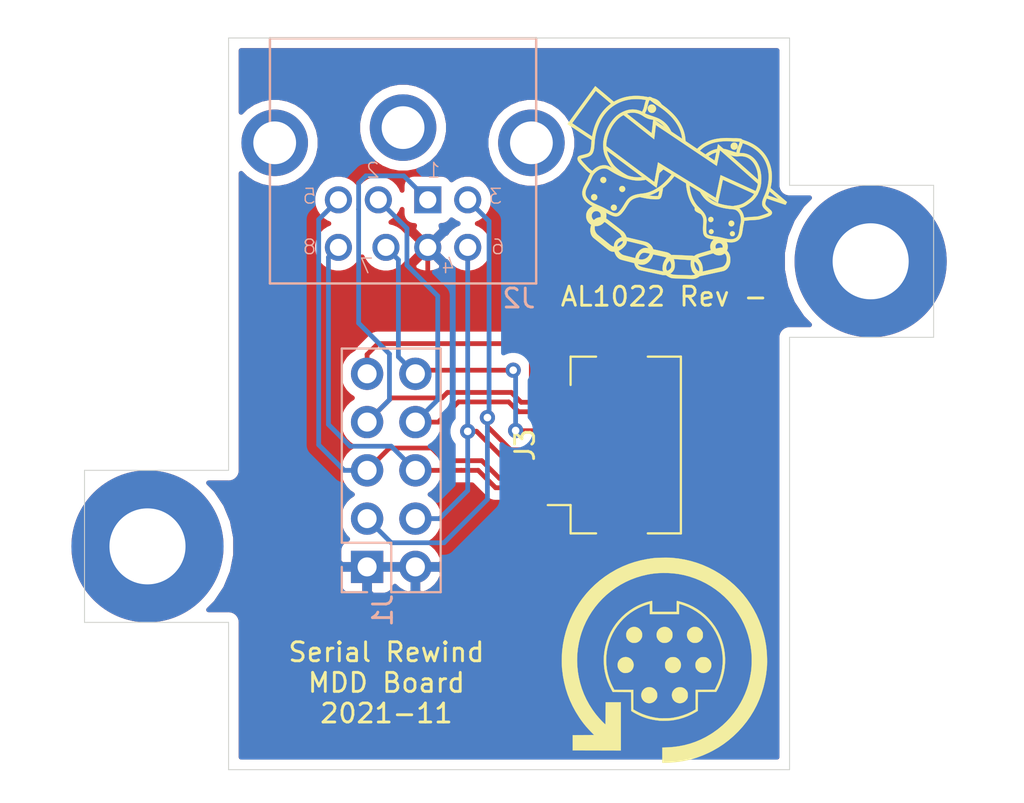
<source format=kicad_pcb>
(kicad_pcb (version 20171130) (host pcbnew 5.1.12-84ad8e8a86~92~ubuntu20.04.1)
  (layers (0 F.Cu signal) (31 B.Cu signal) (34 B.Paste user) (35 F.Paste user) (36 B.SilkS user) (37 F.SilkS user) (38 B.Mask user) (39 F.Mask user) (44 Edge.Cuts user))
  (net 0 "")
  (net 1 +5V)
  (net 2 /GPi)
  (net 3 /HSKo)
  (net 4 /HSKi)
  (net 5 /RXD-)
  (net 6 /RXD+)
  (net 7 /TXD-)
  (net 8 /TXD+)
  (net 9 GND)
  (module Connector_FFC-FPC:Hirose_FH12-12S-0.5SH_1x12-1MP_P0.50mm_Horizontal (layer F.Cu) (at 71.6915 42.1005 90)
    (fp_text reference J3 (at 0 -3.7 90) (layer F.SilkS))
    (fp_text value Conn_01x12)
    (pad 12 smd rect (at 2.75 -1.85 90) (size 0.3 1.3) (layers F.Cu F.Paste F.Mask) (net 1 +5V))
    (pad 11 smd rect (at 2.25 -1.85 90) (size 0.3 1.3) (layers F.Cu F.Paste F.Mask) (net 3 /HSKo))
    (pad 10 smd rect (at 1.75 -1.85 90) (size 0.3 1.3) (layers F.Cu F.Paste F.Mask) (net 4 /HSKi))
    (pad 9 smd rect (at 1.25 -1.85 90) (size 0.3 1.3) (layers F.Cu F.Paste F.Mask) (net 9 GND))
    (pad 8 smd rect (at 0.75 -1.85 90) (size 0.3 1.3) (layers F.Cu F.Paste F.Mask) (net 2 /GPi))
    (pad 7 smd rect (at 0.25 -1.85 90) (size 0.3 1.3) (layers F.Cu F.Paste F.Mask) (net 9 GND))
    (pad 6 smd rect (at -0.25 -1.85 90) (size 0.3 1.3) (layers F.Cu F.Paste F.Mask) (net 7 /TXD-))
    (pad 5 smd rect (at -0.75 -1.85 90) (size 0.3 1.3) (layers F.Cu F.Paste F.Mask) (net 8 /TXD+))
    (pad 4 smd rect (at -1.25 -1.85 90) (size 0.3 1.3) (layers F.Cu F.Paste F.Mask) (net 9 GND))
    (pad 3 smd rect (at -1.75 -1.85 90) (size 0.3 1.3) (layers F.Cu F.Paste F.Mask) (net 5 /RXD-))
    (pad 2 smd rect (at -2.25 -1.85 90) (size 0.3 1.3) (layers F.Cu F.Paste F.Mask) (net 6 /RXD+))
    (pad 1 smd rect (at -2.75 -1.85 90) (size 0.3 1.3) (layers F.Cu F.Paste F.Mask) (net 9 GND))
    (pad MP smd rect (at -4.65 1.4 90) (size 1.8 2.2) (layers F.Cu F.Paste F.Mask))
    (pad MP smd rect (at 4.65 1.4 90) (size 1.8 2.2) (layers F.Cu F.Paste F.Mask))
  )
  (module MountingHole:MountingHole_4mm_Pad (layer F.Cu) (at 86.1703 32.434)
    (fp_text reference H2 hide)
    (fp_text value MountingHole)
    (pad 1 thru_hole circle (at 0 0) (size 8 8) (drill 4) (layers *.Cu *.Mask))
  )
  (module MountingHole:MountingHole_4mm_Pad (layer F.Cu) (at 48.1417 47.434)
    (fp_text reference H1 hide)
    (fp_text value MountingHole)
    (pad 1 thru_hole circle (at 0 0) (size 8 8) (drill 4) (layers *.Cu *.Mask))
  )
  (module AL_Logo:AL_Logo_13mm (layer F.Cu) (at 76.454 28.956)
    (fp_text reference REF** hide)
    (fp_text value AL_Logo_13mm)
  )
  (module Logo:Logo2 (layer F.Cu) (at 75.311 53.4035)
    (fp_text reference G*** hide)
    (fp_text value LOGO hide)
  )
  (module Connector_PinHeader_2.54mm:PinHeader_2x05_P2.54mm_Vertical (layer B.Cu) (at 59.69 48.514)
    (fp_text reference J1 (at 0.8255 2.286 90) (layer B.SilkS) (effects (justify mirror)))
    (fp_text value Conn_02x05_Odd_Even)
    (pad 10 thru_hole oval (at 2.54 -10.16) (size 1.7 1.7) (drill 1) (layers *.Cu *.Mask) (net 2 /GPi))
    (pad 9 thru_hole oval (at 0 -10.16) (size 1.7 1.7) (drill 1) (layers *.Cu *.Mask) (net 1 +5V))
    (pad 8 thru_hole oval (at 2.54 -7.62) (size 1.7 1.7) (drill 1) (layers *.Cu *.Mask) (net 4 /HSKi))
    (pad 7 thru_hole oval (at 0 -7.62) (size 1.7 1.7) (drill 1) (layers *.Cu *.Mask) (net 3 /HSKo))
    (pad 6 thru_hole oval (at 2.54 -5.08) (size 1.7 1.7) (drill 1) (layers *.Cu *.Mask) (net 6 /RXD+))
    (pad 5 thru_hole oval (at 0 -5.08) (size 1.7 1.7) (drill 1) (layers *.Cu *.Mask) (net 5 /RXD-))
    (pad 4 thru_hole oval (at 2.54 -2.54) (size 1.7 1.7) (drill 1) (layers *.Cu *.Mask) (net 8 /TXD+))
    (pad 3 thru_hole oval (at 0 -2.54) (size 1.7 1.7) (drill 1) (layers *.Cu *.Mask) (net 7 /TXD-))
    (pad 2 thru_hole oval (at 2.54 0) (size 1.7 1.7) (drill 1) (layers *.Cu *.Mask) (net 9 GND))
    (pad 1 thru_hole rect (at 0 0) (size 1.7 1.7) (drill 1) (layers *.Cu *.Mask) (net 9 GND))
  )
  (module AL_Footprints:MINI_DIN8 (layer B.Cu) (at 61.581 25.4 180)
    (fp_text reference J2 (at -7.0485 -9.57) (layer B.SilkS) (effects (justify left bottom mirror)))
    (fp_text value Mini-DIN-8)
    (fp_text user 4 (at -1.972 -7.731 180) (layer B.SilkS) (effects (font (size 0.77216 0.77216) (thickness 0.065024)) (justify right bottom mirror)))
    (fp_text user 4 (at -1.972 -7.731 180) (layer B.SilkS) (effects (font (size 0.77216 0.77216) (thickness 0.065024)) (justify right bottom mirror)))
    (fp_text user 7 (at 2.334 -7.731 180) (layer B.SilkS) (effects (font (size 0.77216 0.77216) (thickness 0.065024)) (justify right bottom mirror)))
    (fp_text user 7 (at 2.334 -7.731 180) (layer B.SilkS) (effects (font (size 0.77216 0.77216) (thickness 0.065024)) (justify right bottom mirror)))
    (fp_text user 2 (at 2 -2.7 180) (layer B.SilkS) (effects (font (size 0.77216 0.77216) (thickness 0.065024)) (justify right bottom mirror)))
    (fp_text user 5 (at 5.334 -4.064 180) (layer B.SilkS) (effects (font (size 0.77216 0.77216) (thickness 0.065024)) (justify right bottom mirror)))
    (fp_text user 6 (at -4.572 -6.731 180) (layer B.SilkS) (effects (font (size 0.77216 0.77216) (thickness 0.065024)) (justify right bottom mirror)))
    (fp_text user 1 (at -1.2 -2.7 180) (layer B.SilkS) (effects (font (size 0.77216 0.77216) (thickness 0.065024)) (justify right bottom mirror)))
    (fp_text user 3 (at -4.445 -4.064 180) (layer B.SilkS) (effects (font (size 0.77216 0.77216) (thickness 0.065024)) (justify right bottom mirror)))
    (fp_text user 8 (at 5.334 -6.731 180) (layer B.SilkS) (effects (font (size 0.77216 0.77216) (thickness 0.065024)) (justify right bottom mirror)))
    (fp_text user 8 (at 5.334 -6.731 180) (layer B.SilkS) (effects (font (size 0.77216 0.77216) (thickness 0.065024)) (justify right bottom mirror)))
    (fp_text user 6 (at -4.572 -6.731 180) (layer B.SilkS) (effects (font (size 0.77216 0.77216) (thickness 0.065024)) (justify right bottom mirror)))
    (fp_text user 5 (at 5.334 -4.064 180) (layer B.SilkS) (effects (font (size 0.77216 0.77216) (thickness 0.065024)) (justify right bottom mirror)))
    (fp_text user 3 (at -4.445 -4.064 180) (layer B.SilkS) (effects (font (size 0.77216 0.77216) (thickness 0.065024)) (justify right bottom mirror)))
    (fp_text user 2 (at 2 -2.7 180) (layer B.SilkS) (effects (font (size 0.77216 0.77216) (thickness 0.065024)) (justify right bottom mirror)))
    (fp_text user 1 (at -1.2 -2.7 180) (layer B.SilkS) (effects (font (size 0.77216 0.77216) (thickness 0.065024)) (justify right bottom mirror)))
    (pad 7 thru_hole circle (at 0.9 -6.3 180) (size 1.4224 1.4224) (drill 0.9) (layers *.Cu *.Mask) (net 2 /GPi))
    (pad 4 thru_hole circle (at -1.3 -6.3 180) (size 1.4224 1.4224) (drill 0.9) (layers *.Cu *.Mask) (net 9 GND))
    (pad 6 thru_hole circle (at -3.4 -6.3 180) (size 1.4224 1.4224) (drill 0.9) (layers *.Cu *.Mask) (net 8 /TXD+))
    (pad 8 thru_hole circle (at 3.4 -6.3 180) (size 1.4224 1.4224) (drill 0.9) (layers *.Cu *.Mask) (net 6 /RXD+))
    (pad 5 thru_hole circle (at 3.4 -3.8 180) (size 1.4224 1.4224) (drill 0.9) (layers *.Cu *.Mask) (net 5 /RXD-))
    (pad 3 thru_hole circle (at -3.4 -3.8 180) (size 1.4224 1.4224) (drill 0.9) (layers *.Cu *.Mask) (net 7 /TXD-))
    (pad 1 thru_hole rect (at -1.3 -3.8 180) (size 1.4224 1.4224) (drill 0.9) (layers *.Cu *.Mask) (net 3 /HSKo))
    (pad 2 thru_hole circle (at 1.3 -3.8 180) (size 1.4224 1.4224) (drill 0.9) (layers *.Cu *.Mask) (net 4 /HSKi))
    (pad SH2 thru_hole circle (at 0 0 180) (size 3.5 3.5) (drill 2.25) (layers *.Cu *.Mask))
    (pad SH3 thru_hole circle (at -6.75 -0.8 180) (size 3.5 3.5) (drill 2.25) (layers *.Cu *.Mask))
    (pad SH1 thru_hole circle (at 6.75 -0.8 180) (size 3.5 3.5) (drill 2.25) (layers *.Cu *.Mask))
  )
  (gr_text "Serial Rewind\nMDD Board\n2021-11" (at 60.706 54.61) (layer F.SilkS) (effects (font (size 1 1))))
  (gr_text "AL1022 Rev -" (at 75.311 34.29) (layer F.SilkS) (effects (font (size 1 1))))
  (gr_line (start 81.906 20.684) (end 52.406 20.684) (layer Edge.Cuts) (width 0.05))
  (gr_line (start 81.906 28.434) (end 81.906 20.684) (layer Edge.Cuts) (width 0.05))
  (gr_line (start 52.406 51.434) (end 52.406 59.184) (layer Edge.Cuts) (width 0.05))
  (gr_line (start 81.906 59.184) (end 81.906 36.434) (layer Edge.Cuts) (width 0.05))
  (gr_line (start 52.406 43.434) (end 44.831 43.434) (layer Edge.Cuts) (width 0.05))
  (gr_line (start 81.906 36.434) (end 89.481 36.434) (layer Edge.Cuts) (width 0.05))
  (gr_line (start 89.481 36.434) (end 89.481 28.434) (layer Edge.Cuts) (width 0.05))
  (gr_line (start 44.831 51.434) (end 52.406 51.434) (layer Edge.Cuts) (width 0.05))
  (gr_line (start 52.406 59.184) (end 81.906 59.184) (layer Edge.Cuts) (width 0.05))
  (gr_line (start 52.406 20.684) (end 52.406 43.434) (layer Edge.Cuts) (width 0.05))
  (gr_line (start 89.481 28.434) (end 81.906 28.434) (layer Edge.Cuts) (width 0.05))
  (gr_line (start 44.831 43.434) (end 44.831 51.434) (layer Edge.Cuts) (width 0.05))
  (segment (start 59.69 37.338) (end 59.69 38.354) (width 0.25) (layer F.Cu) (net 1))
  (segment (start 60.2615 36.7665) (end 59.69 37.338) (width 0.25) (layer F.Cu) (net 1))
  (segment (start 67.691 36.7665) (end 60.2615 36.7665) (width 0.25) (layer F.Cu) (net 1))
  (segment (start 68.326 38.862) (end 68.326 37.4015) (width 0.25) (layer F.Cu) (net 1))
  (segment (start 68.8145 39.3505) (end 68.326 38.862) (width 0.25) (layer F.Cu) (net 1))
  (segment (start 68.326 37.4015) (end 67.691 36.7665) (width 0.25) (layer F.Cu) (net 1))
  (segment (start 69.8415 39.3505) (end 68.8145 39.3505) (width 0.25) (layer F.Cu) (net 1))
  (segment (start 61.335489 32.354489) (end 60.681 31.7) (width 0.25) (layer B.Cu) (net 2))
  (segment (start 62.23 38.354) (end 61.335489 37.459489) (width 0.25) (layer B.Cu) (net 2))
  (segment (start 61.335489 37.459489) (end 61.335489 32.354489) (width 0.25) (layer B.Cu) (net 2))
  (via (at 67.5005 41.3385) (size 0.8) (drill 0.4) (layers F.Cu B.Cu) (net 2))
  (segment (start 67.5125 41.3505) (end 67.5005 41.3385) (width 0.25) (layer F.Cu) (net 2))
  (segment (start 69.8415 41.3505) (end 67.5125 41.3505) (width 0.25) (layer F.Cu) (net 2))
  (via (at 67.3735 38.1635) (size 0.8) (drill 0.4) (layers F.Cu B.Cu) (net 2))
  (segment (start 67.5005 38.2905) (end 67.3735 38.1635) (width 0.25) (layer B.Cu) (net 2))
  (segment (start 67.5005 41.3385) (end 67.5005 38.2905) (width 0.25) (layer B.Cu) (net 2))
  (segment (start 62.4205 38.1635) (end 62.23 38.354) (width 0.25) (layer F.Cu) (net 2))
  (segment (start 67.3735 38.1635) (end 62.4205 38.1635) (width 0.25) (layer F.Cu) (net 2))
  (segment (start 60.96 39.624) (end 59.69 40.894) (width 0.25) (layer F.Cu) (net 3))
  (segment (start 63.9165 39.3345) (end 63.627 39.624) (width 0.25) (layer F.Cu) (net 3))
  (segment (start 63.627 39.624) (end 60.96 39.624) (width 0.25) (layer F.Cu) (net 3))
  (segment (start 59.244799 28.321701) (end 59.6265 27.94) (width 0.25) (layer B.Cu) (net 3))
  (segment (start 61.621 27.94) (end 62.881 29.2) (width 0.25) (layer B.Cu) (net 3))
  (segment (start 59.6265 27.94) (end 61.621 27.94) (width 0.25) (layer B.Cu) (net 3))
  (segment (start 59.244799 29.697377) (end 59.244799 28.321701) (width 0.25) (layer B.Cu) (net 3))
  (segment (start 59.2455 35.687) (end 59.2455 29.698078) (width 0.25) (layer B.Cu) (net 3))
  (segment (start 60.865001 37.306501) (end 59.2455 35.687) (width 0.25) (layer B.Cu) (net 3))
  (segment (start 60.865001 39.718999) (end 60.865001 37.306501) (width 0.25) (layer B.Cu) (net 3))
  (segment (start 59.2455 29.698078) (end 59.244799 29.697377) (width 0.25) (layer B.Cu) (net 3))
  (segment (start 59.69 40.894) (end 60.865001 39.718999) (width 0.25) (layer B.Cu) (net 3))
  (segment (start 69.8415 39.8505) (end 67.7905 39.8505) (width 0.25) (layer F.Cu) (net 3))
  (segment (start 67.2745 39.3345) (end 63.9165 39.3345) (width 0.25) (layer F.Cu) (net 3))
  (segment (start 67.7905 39.8505) (end 67.2745 39.3345) (width 0.25) (layer F.Cu) (net 3))
  (segment (start 61.7855 30.7045) (end 60.281 29.2) (width 0.25) (layer B.Cu) (net 4))
  (segment (start 63.405001 34.258501) (end 61.7855 32.639) (width 0.25) (layer B.Cu) (net 4))
  (segment (start 63.405001 39.718999) (end 63.405001 34.258501) (width 0.25) (layer B.Cu) (net 4))
  (segment (start 61.7855 32.639) (end 61.7855 30.7045) (width 0.25) (layer B.Cu) (net 4))
  (segment (start 62.23 40.894) (end 63.405001 39.718999) (width 0.25) (layer B.Cu) (net 4))
  (segment (start 64.491581 39.8345) (end 67.13809 39.8345) (width 0.25) (layer F.Cu) (net 4))
  (segment (start 62.23 40.894) (end 63.432081 40.894) (width 0.25) (layer F.Cu) (net 4))
  (segment (start 63.432081 40.894) (end 64.491581 39.8345) (width 0.25) (layer F.Cu) (net 4))
  (segment (start 67.13809 39.8345) (end 67.65409 40.3505) (width 0.25) (layer F.Cu) (net 4))
  (segment (start 67.65409 40.3505) (end 69.8415 40.3505) (width 0.25) (layer F.Cu) (net 4))
  (segment (start 59.69 43.434) (end 58.487919 43.434) (width 0.25) (layer B.Cu) (net 5))
  (segment (start 58.487919 43.434) (end 57.144799 42.09088) (width 0.25) (layer B.Cu) (net 5))
  (segment (start 57.144799 42.09088) (end 57.144799 30.236201) (width 0.25) (layer B.Cu) (net 5))
  (segment (start 57.144799 30.236201) (end 58.181 29.2) (width 0.25) (layer B.Cu) (net 5))
  (segment (start 66.647 43.8505) (end 69.8415 43.8505) (width 0.25) (layer F.Cu) (net 5))
  (segment (start 65.7225 42.926) (end 66.647 43.8505) (width 0.25) (layer F.Cu) (net 5))
  (segment (start 63.754 42.926) (end 65.7225 42.926) (width 0.25) (layer F.Cu) (net 5))
  (segment (start 63.086999 42.258999) (end 63.754 42.926) (width 0.25) (layer F.Cu) (net 5))
  (segment (start 60.865001 42.258999) (end 63.086999 42.258999) (width 0.25) (layer F.Cu) (net 5))
  (segment (start 59.69 43.434) (end 60.865001 42.258999) (width 0.25) (layer F.Cu) (net 5))
  (segment (start 57.658 32.223) (end 58.181 31.7) (width 0.25) (layer B.Cu) (net 6))
  (segment (start 57.658 41.021) (end 57.658 32.223) (width 0.25) (layer B.Cu) (net 6))
  (segment (start 58.801 42.164) (end 57.658 41.021) (width 0.25) (layer B.Cu) (net 6))
  (segment (start 60.96 42.164) (end 58.801 42.164) (width 0.25) (layer B.Cu) (net 6))
  (segment (start 62.23 43.434) (end 60.96 42.164) (width 0.25) (layer B.Cu) (net 6))
  (segment (start 64.637915 43.434) (end 62.23 43.434) (width 0.25) (layer F.Cu) (net 6))
  (segment (start 65.532 43.434) (end 64.637915 43.434) (width 0.25) (layer F.Cu) (net 6))
  (segment (start 66.4485 44.3505) (end 65.532 43.434) (width 0.25) (layer F.Cu) (net 6))
  (segment (start 69.8415 44.3505) (end 66.4485 44.3505) (width 0.25) (layer F.Cu) (net 6))
  (segment (start 66.1035 40.570191) (end 66.017201 40.65649) (width 0.25) (layer B.Cu) (net 7))
  (segment (start 66.1035 30.3225) (end 66.1035 40.570191) (width 0.25) (layer B.Cu) (net 7))
  (segment (start 64.981 29.2) (end 66.1035 30.3225) (width 0.25) (layer B.Cu) (net 7))
  (via (at 66.017201 40.65649) (size 0.8) (drill 0.4) (layers F.Cu B.Cu) (net 7))
  (segment (start 66.017201 44.9613) (end 66.017201 40.65649) (width 0.25) (layer B.Cu) (net 7))
  (segment (start 63.734501 47.244) (end 66.017201 44.9613) (width 0.25) (layer B.Cu) (net 7))
  (segment (start 60.96 47.244) (end 63.734501 47.244) (width 0.25) (layer B.Cu) (net 7))
  (segment (start 59.69 45.974) (end 60.96 47.244) (width 0.25) (layer B.Cu) (net 7))
  (segment (start 67.2425 42.3505) (end 69.8415 42.3505) (width 0.25) (layer F.Cu) (net 7))
  (segment (start 66.017201 41.125201) (end 67.2425 42.3505) (width 0.25) (layer F.Cu) (net 7))
  (segment (start 66.017201 40.65649) (end 66.017201 41.125201) (width 0.25) (layer F.Cu) (net 7))
  (via (at 64.981 41.3815) (size 0.8) (drill 0.4) (layers F.Cu B.Cu) (net 8))
  (segment (start 69.8415 42.8505) (end 66.917 42.8505) (width 0.25) (layer F.Cu) (net 8))
  (segment (start 65.448 41.3815) (end 64.981 41.3815) (width 0.25) (layer F.Cu) (net 8))
  (segment (start 66.917 42.8505) (end 65.448 41.3815) (width 0.25) (layer F.Cu) (net 8))
  (segment (start 64.981 44.493) (end 64.981 31.7) (width 0.25) (layer B.Cu) (net 8))
  (segment (start 63.5 45.974) (end 64.981 44.493) (width 0.25) (layer B.Cu) (net 8))
  (segment (start 62.23 45.974) (end 63.5 45.974) (width 0.25) (layer B.Cu) (net 8))
  (segment (start 59.69 48.514) (end 62.23 48.514) (width 0.25) (layer B.Cu) (net 9))
  (segment (start 62.881 31.766) (end 62.881 31.7) (width 0.25) (layer F.Cu) (net 9))
  (segment (start 59.69 48.514) (end 57.404 48.514) (width 0.25) (layer F.Cu) (net 9))
  (segment (start 57.404 48.514) (end 55.753 46.863) (width 0.25) (layer F.Cu) (net 9))
  (segment (start 55.753 46.863) (end 55.753 36.957) (width 0.25) (layer F.Cu) (net 9))
  (segment (start 55.753 36.957) (end 57.9755 34.7345) (width 0.25) (layer F.Cu) (net 9))
  (segment (start 57.9755 34.7345) (end 62.1665 34.7345) (width 0.25) (layer F.Cu) (net 9))
  (segment (start 62.881 34.02) (end 62.881 31.7) (width 0.25) (layer F.Cu) (net 9))
  (segment (start 62.1665 34.7345) (end 62.881 34.02) (width 0.25) (layer F.Cu) (net 9))
  (segment (start 71.521 40.8505) (end 69.8415 40.8505) (width 0.25) (layer F.Cu) (net 9))
  (segment (start 72.3265 41.656) (end 71.521 40.8505) (width 0.25) (layer F.Cu) (net 9))
  (segment (start 71.6085 44.8505) (end 72.3265 44.1325) (width 0.25) (layer F.Cu) (net 9))
  (segment (start 69.8415 44.8505) (end 71.6085 44.8505) (width 0.25) (layer F.Cu) (net 9))
  (segment (start 72.267 41.8505) (end 72.3265 41.91) (width 0.25) (layer F.Cu) (net 9))
  (segment (start 69.8415 41.8505) (end 72.267 41.8505) (width 0.25) (layer F.Cu) (net 9))
  (segment (start 72.3265 41.91) (end 72.3265 41.656) (width 0.25) (layer F.Cu) (net 9))
  (segment (start 69.8415 43.3505) (end 72.283 43.3505) (width 0.25) (layer F.Cu) (net 9))
  (segment (start 72.283 43.3505) (end 72.3265 43.307) (width 0.25) (layer F.Cu) (net 9))
  (segment (start 72.3265 43.307) (end 72.3265 41.91) (width 0.25) (layer F.Cu) (net 9))
  (segment (start 72.3265 44.1325) (end 72.3265 43.307) (width 0.25) (layer F.Cu) (net 9))
  (segment (start 66.167 47.1805) (end 68.497 44.8505) (width 0.25) (layer F.Cu) (net 9))
  (segment (start 68.497 44.8505) (end 69.8415 44.8505) (width 0.25) (layer F.Cu) (net 9))
  (segment (start 66.167 47.5615) (end 66.167 47.1805) (width 0.25) (layer F.Cu) (net 9))
  (segment (start 65.2145 48.514) (end 66.167 47.5615) (width 0.25) (layer F.Cu) (net 9))
  (segment (start 62.23 48.514) (end 65.2145 48.514) (width 0.25) (layer F.Cu) (net 9))
  (zone (net 9) (net_name GND) (layer F.Cu) (connect_pads (clearance 0.508)) (min_thickness 0.254) (fill yes (arc_segments 32) (thermal_gap 0.508) (thermal_bridge_width 0.508))
    (polygon (pts (xy 93.98 60.96) (xy 40.386 60.96) (xy 40.64 18.923) (xy 93.98 18.796)))
  )
  (zone (net 9) (net_name GND) (layer B.Cu) (connect_pads (clearance 0.508)) (min_thickness 0.254) (fill yes (arc_segments 32) (thermal_gap 0.508) (thermal_bridge_width 0.508))
    (polygon (pts (xy 94.234 18.684745) (xy 40.64 18.684745) (xy 40.894 60.721745) (xy 94.234 60.848745)))
  )
)
</source>
